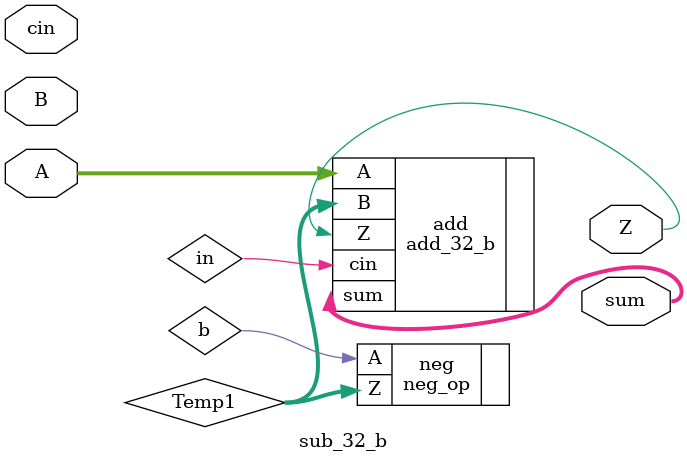
<source format=v>
module sub_32_b(input wire[31:0] A, input wire [31:0] B, input wire cin, output wire[31:0] sum, output wire Z);
	wire[31:0] Temp1;
	neg_op neg(.A(b), .Z(Temp1));
	add_32_b add(.A(A), .B(Temp1), .cin(in), .sum(sum), .Z(Z));
	
endmodule
</source>
